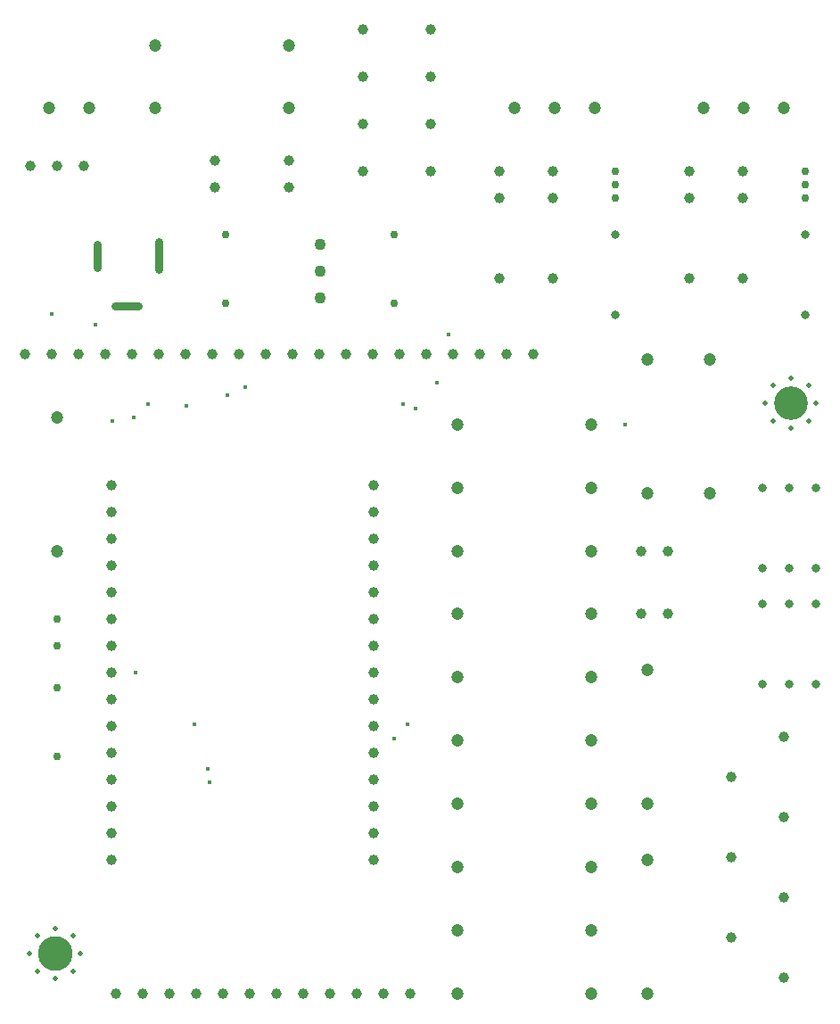
<source format=gbr>
%TF.GenerationSoftware,KiCad,Pcbnew,(5.1.9)-1*%
%TF.CreationDate,2021-04-12T11:09:22+02:00*%
%TF.ProjectId,FinalBoard,46696e61-6c42-46f6-9172-642e6b696361,v01*%
%TF.SameCoordinates,Original*%
%TF.FileFunction,Plated,1,2,PTH,Mixed*%
%TF.FilePolarity,Positive*%
%FSLAX46Y46*%
G04 Gerber Fmt 4.6, Leading zero omitted, Abs format (unit mm)*
G04 Created by KiCad (PCBNEW (5.1.9)-1) date 2021-04-12 11:09:22*
%MOMM*%
%LPD*%
G01*
G04 APERTURE LIST*
%TA.AperFunction,ViaDrill*%
%ADD10C,0.400000*%
%TD*%
%TA.AperFunction,ComponentDrill*%
%ADD11C,0.500000*%
%TD*%
%TA.AperFunction,ComponentDrill*%
%ADD12C,0.750000*%
%TD*%
%TA.AperFunction,ComponentDrill*%
%ADD13C,0.762000*%
%TD*%
G04 aperture for slot hole*
%TA.AperFunction,ComponentDrill*%
%ADD14C,0.800000*%
%TD*%
%TA.AperFunction,ComponentDrill*%
%ADD15C,0.800000*%
%TD*%
%TA.AperFunction,ComponentDrill*%
%ADD16C,1.000000*%
%TD*%
%TA.AperFunction,ComponentDrill*%
%ADD17C,1.100000*%
%TD*%
%TA.AperFunction,ComponentDrill*%
%ADD18C,1.200000*%
%TD*%
%TA.AperFunction,ComponentDrill*%
%ADD19C,3.200000*%
%TD*%
%TA.AperFunction,ComponentDrill*%
%ADD20C,3.300000*%
%TD*%
G04 APERTURE END LIST*
D10*
X183000000Y-91000000D03*
X187100000Y-92000000D03*
X188750000Y-101150000D03*
X190800000Y-100800000D03*
X190900000Y-125050000D03*
X192150000Y-99600000D03*
X195750000Y-99750000D03*
X196550000Y-129950000D03*
X197800000Y-134200000D03*
X198000000Y-135500000D03*
X199657014Y-98765014D03*
X201382010Y-97950010D03*
X215500000Y-131300000D03*
X216320000Y-99600000D03*
X216800000Y-130000000D03*
X217500000Y-100000000D03*
X219550000Y-97500000D03*
X220650000Y-92950000D03*
X237450000Y-101500000D03*
D11*
%TO.C,ESP32_Gateway_revG*%
X180896000Y-151734000D03*
X181598944Y-150036944D03*
X181598944Y-153431056D03*
X183296000Y-149334000D03*
X183296000Y-154134000D03*
X184993056Y-150036944D03*
X184993056Y-153431056D03*
X185696000Y-151734000D03*
%TO.C,GND*%
X250750000Y-99500000D03*
X251452944Y-97802944D03*
X251452944Y-101197056D03*
X253150000Y-97100000D03*
X253150000Y-101900000D03*
X254847056Y-97802944D03*
X254847056Y-101197056D03*
X255550000Y-99500000D03*
D12*
%TO.C,R16*%
X183500000Y-119960000D03*
X183500000Y-122500000D03*
%TO.C,Q1*%
X236500000Y-77500000D03*
X236500000Y-78770000D03*
X236500000Y-80040000D03*
%TO.C,Q2*%
X254500000Y-77500000D03*
X254500000Y-78770000D03*
X254500000Y-80040000D03*
D13*
%TO.C,C3*%
X183500000Y-126500000D03*
X183500000Y-133000000D03*
%TO.C,C1*%
X199500000Y-83500000D03*
X199500000Y-90000000D03*
%TO.C,C2*%
X215500000Y-83500000D03*
X215500000Y-90000000D03*
D14*
%TO.C,J1*%
X187330000Y-86600000D02*
X187330000Y-84400000D01*
X191230000Y-90300000D02*
X189030000Y-90300000D01*
X193130000Y-86800000D02*
X193130000Y-84200000D01*
D15*
%TO.C,D2*%
X236500000Y-83500000D03*
X236500000Y-91120000D03*
%TO.C,U3*%
X250420000Y-107500000D03*
X250420000Y-115120000D03*
%TO.C,U2*%
X250420000Y-118500000D03*
X250420000Y-126120000D03*
%TO.C,U3*%
X252960000Y-107500000D03*
X252960000Y-115120000D03*
%TO.C,U2*%
X252960000Y-118500000D03*
X252960000Y-126120000D03*
%TO.C,D3*%
X254500000Y-83500000D03*
X254500000Y-91120000D03*
%TO.C,U3*%
X255500000Y-107500000D03*
X255500000Y-115120000D03*
%TO.C,U2*%
X255500000Y-118500000D03*
X255500000Y-126120000D03*
D16*
%TO.C,ESP32_Gateway_revG*%
X180466000Y-94814000D03*
%TO.C,JP1*%
X180938000Y-77000000D03*
%TO.C,ESP32_Gateway_revG*%
X183006000Y-94814000D03*
%TO.C,JP1*%
X183478000Y-77000000D03*
%TO.C,ESP32_Gateway_revG*%
X185546000Y-94814000D03*
%TO.C,JP1*%
X186018000Y-77000000D03*
%TO.C,ESP32_Gateway_revG*%
X188086000Y-94814000D03*
%TO.C,ESP32_devkitV1*%
X188628000Y-107254000D03*
X188628000Y-109794000D03*
X188628000Y-112334000D03*
X188628000Y-114874000D03*
X188628000Y-117414000D03*
X188628000Y-119954000D03*
X188628000Y-122494000D03*
X188628000Y-125034000D03*
X188628000Y-127574000D03*
X188628000Y-130114000D03*
X188628000Y-132654000D03*
X188628000Y-135194000D03*
X188628000Y-137734000D03*
X188628000Y-140274000D03*
X188628000Y-142814000D03*
%TO.C,J2*%
X189060000Y-155500000D03*
%TO.C,ESP32_Gateway_revG*%
X190626000Y-94814000D03*
%TO.C,J2*%
X191600000Y-155500000D03*
%TO.C,ESP32_Gateway_revG*%
X193166000Y-94814000D03*
%TO.C,J2*%
X194140000Y-155500000D03*
%TO.C,ESP32_Gateway_revG*%
X195706000Y-94814000D03*
%TO.C,J2*%
X196680000Y-155500000D03*
%TO.C,ESP32_Gateway_revG*%
X198246000Y-94814000D03*
%TO.C,D4*%
X198500000Y-76500000D03*
X198500000Y-79040000D03*
%TO.C,J2*%
X199220000Y-155500000D03*
%TO.C,ESP32_Gateway_revG*%
X200786000Y-94814000D03*
%TO.C,J2*%
X201760000Y-155500000D03*
%TO.C,ESP32_Gateway_revG*%
X203326000Y-94814000D03*
%TO.C,J2*%
X204300000Y-155500000D03*
%TO.C,D1*%
X205500000Y-76500000D03*
X205500000Y-79040000D03*
%TO.C,ESP32_Gateway_revG*%
X205866000Y-94814000D03*
%TO.C,J2*%
X206840000Y-155500000D03*
%TO.C,ESP32_Gateway_revG*%
X208406000Y-94814000D03*
%TO.C,J2*%
X209380000Y-155500000D03*
%TO.C,ESP32_Gateway_revG*%
X210946000Y-94814000D03*
%TO.C,J2*%
X211920000Y-155500000D03*
%TO.C,SW1*%
X212500000Y-64000000D03*
X212500000Y-68500000D03*
%TO.C,SW2*%
X212500000Y-73000000D03*
X212500000Y-77500000D03*
%TO.C,ESP32_Gateway_revG*%
X213486000Y-94814000D03*
%TO.C,ESP32_devkitV1*%
X213528000Y-107254000D03*
X213528000Y-109794000D03*
X213528000Y-112334000D03*
X213528000Y-114874000D03*
X213528000Y-117414000D03*
X213528000Y-119954000D03*
X213528000Y-122494000D03*
X213528000Y-125034000D03*
X213528000Y-127574000D03*
X213528000Y-130114000D03*
X213528000Y-132654000D03*
X213528000Y-135194000D03*
X213528000Y-137734000D03*
X213528000Y-140274000D03*
X213528000Y-142814000D03*
%TO.C,J2*%
X214460000Y-155500000D03*
%TO.C,ESP32_Gateway_revG*%
X216026000Y-94814000D03*
%TO.C,J2*%
X217000000Y-155500000D03*
%TO.C,ESP32_Gateway_revG*%
X218566000Y-94814000D03*
%TO.C,SW1*%
X219000000Y-64000000D03*
X219000000Y-68500000D03*
%TO.C,SW2*%
X219000000Y-73000000D03*
X219000000Y-77500000D03*
%TO.C,ESP32_Gateway_revG*%
X221106000Y-94814000D03*
X223646000Y-94814000D03*
%TO.C,K1*%
X225500000Y-77500000D03*
X225500000Y-80040000D03*
X225500000Y-87660000D03*
%TO.C,ESP32_Gateway_revG*%
X226186000Y-94814000D03*
X228726000Y-94814000D03*
%TO.C,K1*%
X230580000Y-77500000D03*
X230580000Y-80040000D03*
X230580000Y-87660000D03*
%TO.C,D6*%
X238960000Y-113500000D03*
%TO.C,D5*%
X238960000Y-119500000D03*
%TO.C,D6*%
X241500000Y-113500000D03*
%TO.C,D5*%
X241500000Y-119500000D03*
%TO.C,K2*%
X243500000Y-77500000D03*
X243500000Y-80040000D03*
X243500000Y-87660000D03*
%TO.C,J3*%
X247500000Y-134950000D03*
X247500000Y-142570000D03*
X247500000Y-150190000D03*
%TO.C,K2*%
X248580000Y-77500000D03*
X248580000Y-80040000D03*
X248580000Y-87660000D03*
%TO.C,J3*%
X252500000Y-131140000D03*
X252500000Y-138760000D03*
X252500000Y-146380000D03*
X252500000Y-154000000D03*
D17*
%TO.C,U1*%
X208500000Y-84420000D03*
X208500000Y-86960000D03*
X208500000Y-89500000D03*
D18*
%TO.C,J4*%
X182690000Y-71500000D03*
%TO.C,R13*%
X183500000Y-100800000D03*
X183500000Y-113500000D03*
%TO.C,J4*%
X186500000Y-71500000D03*
%TO.C,R3*%
X192800000Y-65500000D03*
%TO.C,R8*%
X192800000Y-71500000D03*
%TO.C,R3*%
X205500000Y-65500000D03*
%TO.C,R8*%
X205500000Y-71500000D03*
%TO.C,R1*%
X221500000Y-101500000D03*
%TO.C,R2*%
X221500000Y-107500000D03*
%TO.C,R6*%
X221500000Y-113500000D03*
%TO.C,R7*%
X221500000Y-119500000D03*
%TO.C,R14*%
X221500000Y-125500000D03*
%TO.C,R15*%
X221500000Y-131500000D03*
%TO.C,R17*%
X221500000Y-137500000D03*
%TO.C,R18*%
X221500000Y-143500000D03*
%TO.C,R9*%
X221500000Y-149500000D03*
%TO.C,R11*%
X221500000Y-155500000D03*
%TO.C,J5*%
X226880000Y-71500000D03*
X230690000Y-71500000D03*
%TO.C,R1*%
X234200000Y-101500000D03*
%TO.C,R2*%
X234200000Y-107500000D03*
%TO.C,R6*%
X234200000Y-113500000D03*
%TO.C,R7*%
X234200000Y-119500000D03*
%TO.C,R14*%
X234200000Y-125500000D03*
%TO.C,R15*%
X234200000Y-131500000D03*
%TO.C,R17*%
X234200000Y-137500000D03*
%TO.C,R18*%
X234200000Y-143500000D03*
%TO.C,R9*%
X234200000Y-149500000D03*
%TO.C,R11*%
X234200000Y-155500000D03*
%TO.C,J5*%
X234500000Y-71500000D03*
%TO.C,R4*%
X239500000Y-95300000D03*
X239500000Y-108000000D03*
%TO.C,R12*%
X239500000Y-124800000D03*
X239500000Y-137500000D03*
%TO.C,R10*%
X239500000Y-142800000D03*
X239500000Y-155500000D03*
%TO.C,J6*%
X244880000Y-71500000D03*
%TO.C,R5*%
X245500000Y-95300000D03*
X245500000Y-108000000D03*
%TO.C,J6*%
X248690000Y-71500000D03*
X252500000Y-71500000D03*
D19*
%TO.C,GND*%
X253150000Y-99500000D03*
D20*
%TO.C,ESP32_Gateway_revG*%
X183296000Y-151734000D03*
M02*

</source>
